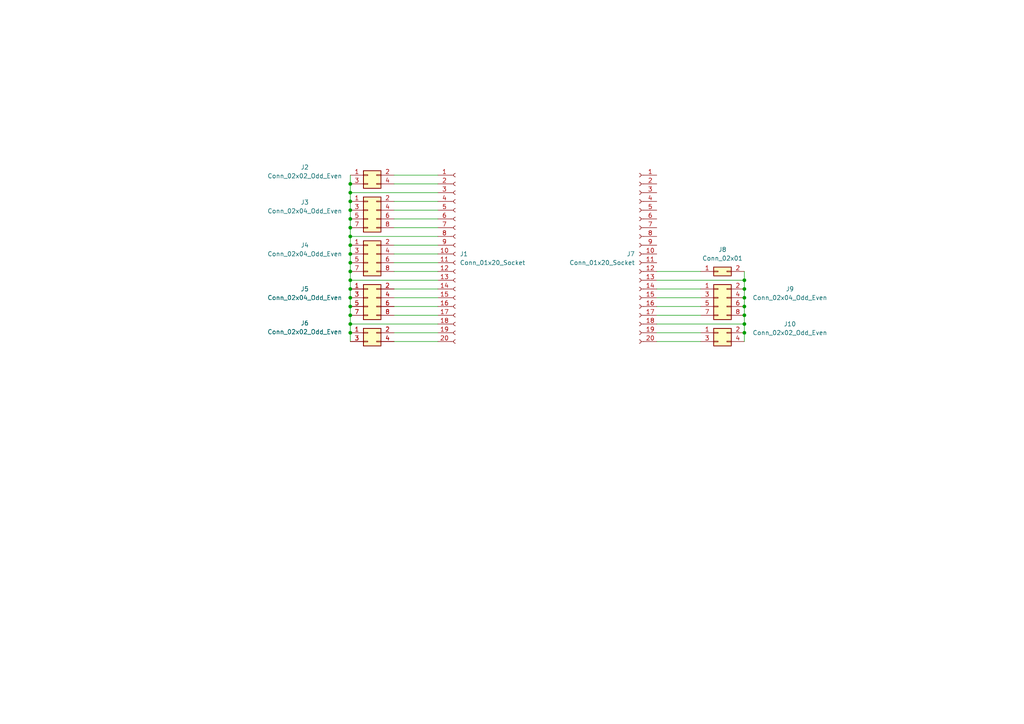
<source format=kicad_sch>
(kicad_sch (version 20231120) (generator "eeschema") (generator_version "8.0")
  (paper "A4")
  (lib_symbols
    (symbol "Connector:Conn_01x20_Socket" (pin_names (offset 1.016) hide)
      (property "Reference" "J" (at 0 25.4 0))
      (property "Value" "Conn_01x20_Socket" (at 0 -27.94 0))
      (symbol "Conn_01x20_Socket_1_1"
        (arc (start 0 -24.892) (mid -0.5058 -25.4) (end 0 -25.908) (stroke (width 0.1524)))
        (arc (start 0 -22.352) (mid -0.5058 -22.86) (end 0 -23.368) (stroke (width 0.1524)))
        (arc (start 0 -19.812) (mid -0.5058 -20.32) (end 0 -20.828) (stroke (width 0.1524)))
        (arc (start 0 -17.272) (mid -0.5058 -17.78) (end 0 -18.288) (stroke (width 0.1524)))
        (arc (start 0 -14.732) (mid -0.5058 -15.24) (end 0 -15.748) (stroke (width 0.1524)))
        (arc (start 0 -12.192) (mid -0.5058 -12.7) (end 0 -13.208) (stroke (width 0.1524)))
        (arc (start 0 -9.652) (mid -0.5058 -10.16) (end 0 -10.668) (stroke (width 0.1524)))
        (arc (start 0 -7.112) (mid -0.5058 -7.62) (end 0 -8.128) (stroke (width 0.1524)))
        (arc (start 0 -4.572) (mid -0.5058 -5.08) (end 0 -5.588) (stroke (width 0.1524)))
        (arc (start 0 -2.032) (mid -0.5058 -2.54) (end 0 -3.048) (stroke (width 0.1524)))
        (polyline (pts (xy -1.27 -25.4) (xy -0.508 -25.4)) (stroke (width 0.1524)))
        (polyline (pts (xy -1.27 -22.86) (xy -0.508 -22.86)) (stroke (width 0.1524)))
        (polyline (pts (xy -1.27 -20.32) (xy -0.508 -20.32)) (stroke (width 0.1524)))
        (polyline (pts (xy -1.27 -17.78) (xy -0.508 -17.78)) (stroke (width 0.1524)))
        (polyline (pts (xy -1.27 -15.24) (xy -0.508 -15.24)) (stroke (width 0.1524)))
        (polyline (pts (xy -1.27 -12.7) (xy -0.508 -12.7)) (stroke (width 0.1524)))
        (polyline (pts (xy -1.27 -10.16) (xy -0.508 -10.16)) (stroke (width 0.1524)))
        (polyline (pts (xy -1.27 -7.62) (xy -0.508 -7.62)) (stroke (width 0.1524)))
        (polyline (pts (xy -1.27 -5.08) (xy -0.508 -5.08)) (stroke (width 0.1524)))
        (polyline (pts (xy -1.27 -2.54) (xy -0.508 -2.54)) (stroke (width 0.1524)))
        (polyline (pts (xy -1.27 0) (xy -0.508 0)) (stroke (width 0.1524)))
        (polyline (pts (xy -1.27 2.54) (xy -0.508 2.54)) (stroke (width 0.1524)))
        (polyline (pts (xy -1.27 5.08) (xy -0.508 5.08)) (stroke (width 0.1524)))
        (polyline (pts (xy -1.27 7.62) (xy -0.508 7.62)) (stroke (width 0.1524)))
        (polyline (pts (xy -1.27 10.16) (xy -0.508 10.16)) (stroke (width 0.1524)))
        (polyline (pts (xy -1.27 12.7) (xy -0.508 12.7)) (stroke (width 0.1524)))
        (polyline (pts (xy -1.27 15.24) (xy -0.508 15.24)) (stroke (width 0.1524)))
        (polyline (pts (xy -1.27 17.78) (xy -0.508 17.78)) (stroke (width 0.1524)))
        (polyline (pts (xy -1.27 20.32) (xy -0.508 20.32)) (stroke (width 0.1524)))
        (polyline (pts (xy -1.27 22.86) (xy -0.508 22.86)) (stroke (width 0.1524)))
        (arc (start 0 0.508) (mid -0.5058 0) (end 0 -0.508) (stroke (width 0.1524)))
        (arc (start 0 3.048) (mid -0.5058 2.54) (end 0 2.032) (stroke (width 0.1524)))
        (arc (start 0 5.588) (mid -0.5058 5.08) (end 0 4.572) (stroke (width 0.1524)))
        (arc (start 0 8.128) (mid -0.5058 7.62) (end 0 7.112) (stroke (width 0.1524)))
        (arc (start 0 10.668) (mid -0.5058 10.16) (end 0 9.652) (stroke (width 0.1524)))
        (arc (start 0 13.208) (mid -0.5058 12.7) (end 0 12.192) (stroke (width 0.1524)))
        (arc (start 0 15.748) (mid -0.5058 15.24) (end 0 14.732) (stroke (width 0.1524)))
        (arc (start 0 18.288) (mid -0.5058 17.78) (end 0 17.272) (stroke (width 0.1524)))
        (arc (start 0 20.828) (mid -0.5058 20.32) (end 0 19.812) (stroke (width 0.1524)))
        (arc (start 0 23.368) (mid -0.5058 22.86) (end 0 22.352) (stroke (width 0.1524)))
        (pin passive line (at -5.08 22.86 0) (length 3.81) (name "Pin_1") (number "1"))
        (pin passive line (at -5.08 0 0) (length 3.81) (name "Pin_10") (number "10"))
        (pin passive line (at -5.08 -2.54 0) (length 3.81) (name "Pin_11") (number "11"))
        (pin passive line (at -5.08 -5.08 0) (length 3.81) (name "Pin_12") (number "12"))
        (pin passive line (at -5.08 -7.62 0) (length 3.81) (name "Pin_13") (number "13"))
        (pin passive line (at -5.08 -10.16 0) (length 3.81) (name "Pin_14") (number "14"))
        (pin passive line (at -5.08 -12.7 0) (length 3.81) (name "Pin_15") (number "15"))
        (pin passive line (at -5.08 -15.24 0) (length 3.81) (name "Pin_16") (number "16"))
        (pin passive line (at -5.08 -17.78 0) (length 3.81) (name "Pin_17") (number "17"))
        (pin passive line (at -5.08 -20.32 0) (length 3.81) (name "Pin_18") (number "18"))
        (pin passive line (at -5.08 -22.86 0) (length 3.81) (name "Pin_19") (number "19"))
        (pin passive line (at -5.08 20.32 0) (length 3.81) (name "Pin_2") (number "2"))
        (pin passive line (at -5.08 -25.4 0) (length 3.81) (name "Pin_20") (number "20"))
        (pin passive line (at -5.08 17.78 0) (length 3.81) (name "Pin_3") (number "3"))
        (pin passive line (at -5.08 15.24 0) (length 3.81) (name "Pin_4") (number "4"))
        (pin passive line (at -5.08 12.7 0) (length 3.81) (name "Pin_5") (number "5"))
        (pin passive line (at -5.08 10.16 0) (length 3.81) (name "Pin_6") (number "6"))
        (pin passive line (at -5.08 7.62 0) (length 3.81) (name "Pin_7") (number "7"))
        (pin passive line (at -5.08 5.08 0) (length 3.81) (name "Pin_8") (number "8"))
        (pin passive line (at -5.08 2.54 0) (length 3.81) (name "Pin_9") (number "9"))
      )
    )
    (symbol "Connector_Generic:Conn_02x01" (pin_names (offset 1.016) hide)
      (property "Reference" "J" (at 1.27 2.54 0))
      (property "Value" "Conn_02x01" (at 1.27 -2.54 0))
      (symbol "Conn_02x01_1_1"
        (rectangle (start -1.27 0.127) (end 0 -0.127) (stroke (width 0.1524)))
        (rectangle (start -1.27 1.27) (end 3.81 -1.27) (stroke (width 0.254)) (fill (type background)))
        (rectangle (start 3.81 0.127) (end 2.54 -0.127) (stroke (width 0.1524)))
        (pin passive line (at -5.08 0 0) (length 3.81) (name "Pin_1") (number "1"))
        (pin passive line (at 7.62 0 180) (length 3.81) (name "Pin_2") (number "2"))
      )
    )
    (symbol "Connector_Generic:Conn_02x02_Odd_Even" (pin_names (offset 1.016) hide)
      (property "Reference" "J" (at 1.27 2.54 0))
      (property "Value" "Conn_02x02_Odd_Even" (at 1.27 -5.08 0))
      (symbol "Conn_02x02_Odd_Even_1_1"
        (rectangle (start -1.27 -2.413) (end 0 -2.667) (stroke (width 0.1524)))
        (rectangle (start -1.27 0.127) (end 0 -0.127) (stroke (width 0.1524)))
        (rectangle (start -1.27 1.27) (end 3.81 -3.81) (stroke (width 0.254)) (fill (type background)))
        (rectangle (start 3.81 -2.413) (end 2.54 -2.667) (stroke (width 0.1524)))
        (rectangle (start 3.81 0.127) (end 2.54 -0.127) (stroke (width 0.1524)))
        (pin passive line (at -5.08 0 0) (length 3.81) (name "Pin_1") (number "1"))
        (pin passive line (at 7.62 0 180) (length 3.81) (name "Pin_2") (number "2"))
        (pin passive line (at -5.08 -2.54 0) (length 3.81) (name "Pin_3") (number "3"))
        (pin passive line (at 7.62 -2.54 180) (length 3.81) (name "Pin_4") (number "4"))
      )
    )
    (symbol "Connector_Generic:Conn_02x04_Odd_Even" (pin_names (offset 1.016) hide)
      (property "Reference" "J" (at 1.27 5.08 0))
      (property "Value" "Conn_02x04_Odd_Even" (at 1.27 -7.62 0))
      (symbol "Conn_02x04_Odd_Even_1_1"
        (rectangle (start -1.27 -4.953) (end 0 -5.207) (stroke (width 0.1524)))
        (rectangle (start -1.27 -2.413) (end 0 -2.667) (stroke (width 0.1524)))
        (rectangle (start -1.27 0.127) (end 0 -0.127) (stroke (width 0.1524)))
        (rectangle (start -1.27 2.667) (end 0 2.413) (stroke (width 0.1524)))
        (rectangle (start -1.27 3.81) (end 3.81 -6.35) (stroke (width 0.254)) (fill (type background)))
        (rectangle (start 3.81 -4.953) (end 2.54 -5.207) (stroke (width 0.1524)))
        (rectangle (start 3.81 -2.413) (end 2.54 -2.667) (stroke (width 0.1524)))
        (rectangle (start 3.81 0.127) (end 2.54 -0.127) (stroke (width 0.1524)))
        (rectangle (start 3.81 2.667) (end 2.54 2.413) (stroke (width 0.1524)))
        (pin passive line (at -5.08 2.54 0) (length 3.81) (name "Pin_1") (number "1"))
        (pin passive line (at 7.62 2.54 180) (length 3.81) (name "Pin_2") (number "2"))
        (pin passive line (at -5.08 0 0) (length 3.81) (name "Pin_3") (number "3"))
        (pin passive line (at 7.62 0 180) (length 3.81) (name "Pin_4") (number "4"))
        (pin passive line (at -5.08 -2.54 0) (length 3.81) (name "Pin_5") (number "5"))
        (pin passive line (at 7.62 -2.54 180) (length 3.81) (name "Pin_6") (number "6"))
        (pin passive line (at -5.08 -5.08 0) (length 3.81) (name "Pin_7") (number "7"))
        (pin passive line (at 7.62 -5.08 180) (length 3.81) (name "Pin_8") (number "8"))
      )
    )
  )
  (junction (at 101.6 91.44))
  (junction (at 215.9 81.28))
  (junction (at 215.9 93.98))
  (junction (at 101.6 58.42))
  (junction (at 101.6 68.58))
  (junction (at 215.9 91.44))
  (junction (at 101.6 60.96))
  (junction (at 101.6 76.2))
  (junction (at 215.9 86.36))
  (junction (at 101.6 93.98))
  (junction (at 101.6 78.74))
  (junction (at 215.9 96.52))
  (junction (at 101.6 63.5))
  (junction (at 101.6 71.12))
  (junction (at 101.6 83.82))
  (junction (at 101.6 66.04))
  (junction (at 101.6 73.66))
  (junction (at 101.6 81.28))
  (junction (at 101.6 55.88))
  (junction (at 215.9 88.9))
  (junction (at 215.9 83.82))
  (junction (at 101.6 86.36))
  (junction (at 101.6 96.52))
  (junction (at 101.6 88.9))
  (junction (at 101.6 53.34))
  (wire (pts (xy 101.6 55.88) (xy 101.6 58.42)))
  (wire (pts (xy 215.9 78.74) (xy 215.9 81.28)))
  (wire (pts (xy 127 68.58) (xy 101.6 68.58)))
  (wire (pts (xy 114.3 86.36) (xy 127 86.36)))
  (wire (pts (xy 101.6 68.58) (xy 101.6 71.12)))
  (wire (pts (xy 114.3 71.12) (xy 127 71.12)))
  (wire (pts (xy 101.6 93.98) (xy 101.6 96.52)))
  (wire (pts (xy 190.5 81.28) (xy 215.9 81.28)))
  (wire (pts (xy 114.3 88.9) (xy 127 88.9)))
  (wire (pts (xy 114.3 66.04) (xy 127 66.04)))
  (wire (pts (xy 127 55.88) (xy 101.6 55.88)))
  (wire (pts (xy 101.6 81.28) (xy 101.6 83.82)))
  (wire (pts (xy 101.6 53.34) (xy 101.6 55.88)))
  (wire (pts (xy 114.3 91.44) (xy 127 91.44)))
  (wire (pts (xy 215.9 86.36) (xy 215.9 88.9)))
  (wire (pts (xy 215.9 91.44) (xy 215.9 93.98)))
  (wire (pts (xy 101.6 88.9) (xy 101.6 91.44)))
  (wire (pts (xy 190.5 83.82) (xy 203.2 83.82)))
  (wire (pts (xy 114.3 50.8) (xy 127 50.8)))
  (wire (pts (xy 190.5 96.52) (xy 203.2 96.52)))
  (wire (pts (xy 114.3 63.5) (xy 127 63.5)))
  (wire (pts (xy 101.6 83.82) (xy 101.6 86.36)))
  (wire (pts (xy 114.3 78.74) (xy 127 78.74)))
  (wire (pts (xy 114.3 53.34) (xy 127 53.34)))
  (wire (pts (xy 101.6 78.74) (xy 101.6 81.28)))
  (wire (pts (xy 215.9 88.9) (xy 215.9 91.44)))
  (wire (pts (xy 114.3 76.2) (xy 127 76.2)))
  (wire (pts (xy 114.3 73.66) (xy 127 73.66)))
  (wire (pts (xy 190.5 88.9) (xy 203.2 88.9)))
  (wire (pts (xy 101.6 60.96) (xy 101.6 63.5)))
  (wire (pts (xy 215.9 93.98) (xy 215.9 96.52)))
  (wire (pts (xy 190.5 93.98) (xy 215.9 93.98)))
  (wire (pts (xy 101.6 76.2) (xy 101.6 78.74)))
  (wire (pts (xy 127 93.98) (xy 101.6 93.98)))
  (wire (pts (xy 101.6 63.5) (xy 101.6 66.04)))
  (wire (pts (xy 101.6 66.04) (xy 101.6 68.58)))
  (wire (pts (xy 101.6 50.8) (xy 101.6 53.34)))
  (wire (pts (xy 190.5 91.44) (xy 203.2 91.44)))
  (wire (pts (xy 215.9 96.52) (xy 215.9 99.06)))
  (wire (pts (xy 190.5 86.36) (xy 203.2 86.36)))
  (wire (pts (xy 101.6 58.42) (xy 101.6 60.96)))
  (wire (pts (xy 190.5 78.74) (xy 203.2 78.74)))
  (wire (pts (xy 101.6 73.66) (xy 101.6 76.2)))
  (wire (pts (xy 127 81.28) (xy 101.6 81.28)))
  (wire (pts (xy 114.3 83.82) (xy 127 83.82)))
  (wire (pts (xy 114.3 60.96) (xy 127 60.96)))
  (wire (pts (xy 101.6 86.36) (xy 101.6 88.9)))
  (wire (pts (xy 114.3 99.06) (xy 127 99.06)))
  (wire (pts (xy 215.9 83.82) (xy 215.9 86.36)))
  (wire (pts (xy 101.6 71.12) (xy 101.6 73.66)))
  (wire (pts (xy 101.6 91.44) (xy 101.6 93.98)))
  (wire (pts (xy 114.3 96.52) (xy 127 96.52)))
  (wire (pts (xy 101.6 96.52) (xy 101.6 99.06)))
  (wire (pts (xy 215.9 81.28) (xy 215.9 83.82)))
  (wire (pts (xy 190.5 99.06) (xy 203.2 99.06)))
  (wire (pts (xy 114.3 58.42) (xy 127 58.42)))
  (symbol (lib_id "Connector:Conn_01x20_Socket") (at 132.08 73.66 0) (unit 1)
    (property "Reference" "J1" (at 133.35 73.6599 0) (effects (justify left)))
    (property "Value" "Conn_01x20_Socket" (at 133.35 76.1999 0) (effects (justify left)))
    (property "Footprint" "Connector_PinSocket_2.54mm:PinSocket_1x20_P2.54mm_Vertical" (effects (hide yes)))
    (property "Description" "Generic connector, single row, 01x20, script generated" (effects (hide yes)))
  )
  (symbol (lib_id "Connector_Generic:Conn_02x04_Odd_Even") (at 106.68 60.96 0) (unit 1)
    (property "Reference" "J3" (at 88.392 58.674 0))
    (property "Value" "Conn_02x04_Odd_Even" (at 88.392 61.214 0))
    (property "Footprint" "Connector_PinHeader_2.54mm:PinHeader_2x04_P2.54mm_Vertical" (effects (hide yes)))
    (property "Description" "Generic connector, double row, 02x04, odd/even pin numbering scheme (row 1 odd numbers, row 2 even numbers), script generated (kicad-library-utils/schlib/autogen/connector/)" (effects (hide yes)))
  )
  (symbol (lib_id "Connector:Conn_01x20_Socket") (at 185.42 73.66 0) (mirror y) (unit 1)
    (property "Reference" "J7" (at 184.15 73.6599 0) (effects (justify left)))
    (property "Value" "Conn_01x20_Socket" (at 184.15 76.1999 0) (effects (justify left)))
    (property "Footprint" "Connector_PinSocket_2.54mm:PinSocket_1x20_P2.54mm_Vertical" (effects (hide yes)))
    (property "Description" "Generic connector, single row, 01x20, script generated" (effects (hide yes)))
  )
  (symbol (lib_id "Connector_Generic:Conn_02x04_Odd_Even") (at 106.68 73.66 0) (unit 1)
    (property "Reference" "J4" (at 88.392 71.12 0))
    (property "Value" "Conn_02x04_Odd_Even" (at 88.392 73.66 0))
    (property "Footprint" "Connector_PinHeader_2.54mm:PinHeader_2x04_P2.54mm_Vertical" (effects (hide yes)))
    (property "Description" "Generic connector, double row, 02x04, odd/even pin numbering scheme (row 1 odd numbers, row 2 even numbers), script generated (kicad-library-utils/schlib/autogen/connector/)" (effects (hide yes)))
  )
  (symbol (lib_id "Connector_Generic:Conn_02x01") (at 208.28 78.74 0) (unit 1)
    (property "Reference" "J8" (at 209.55 72.39 0))
    (property "Value" "Conn_02x01" (at 209.55 74.93 0))
    (property "Footprint" "Connector_PinHeader_2.54mm:PinHeader_2x01_P2.54mm_Vertical" (effects (hide yes)))
    (property "Description" "Generic connector, double row, 02x01, this symbol is compatible with counter-clockwise, top-bottom and odd-even numbering schemes., script generated (kicad-library-utils/schlib/autogen/connector/)" (effects (hide yes)))
  )
  (symbol (lib_id "Connector_Generic:Conn_02x02_Odd_Even") (at 106.68 96.52 0) (unit 1)
    (property "Reference" "J6" (at 88.392 93.726 0))
    (property "Value" "Conn_02x02_Odd_Even" (at 88.392 96.266 0))
    (property "Footprint" "Connector_PinHeader_2.54mm:PinHeader_2x02_P2.54mm_Vertical" (effects (hide yes)))
    (property "Description" "Generic connector, double row, 02x02, odd/even pin numbering scheme (row 1 odd numbers, row 2 even numbers), script generated (kicad-library-utils/schlib/autogen/connector/)" (effects (hide yes)))
  )
  (symbol (lib_id "Connector_Generic:Conn_02x02_Odd_Even") (at 208.28 96.52 0) (unit 1)
    (property "Reference" "J10" (at 229.108 93.98 0))
    (property "Value" "Conn_02x02_Odd_Even" (at 229.108 96.52 0))
    (property "Footprint" "Connector_PinHeader_2.54mm:PinHeader_2x02_P2.54mm_Vertical" (effects (hide yes)))
    (property "Description" "Generic connector, double row, 02x02, odd/even pin numbering scheme (row 1 odd numbers, row 2 even numbers), script generated (kicad-library-utils/schlib/autogen/connector/)" (effects (hide yes)))
  )
  (symbol (lib_id "Connector_Generic:Conn_02x04_Odd_Even") (at 208.28 86.36 0) (unit 1)
    (property "Reference" "J9" (at 229.108 83.82 0))
    (property "Value" "Conn_02x04_Odd_Even" (at 229.108 86.36 0))
    (property "Footprint" "Connector_PinHeader_2.54mm:PinHeader_2x04_P2.54mm_Vertical" (effects (hide yes)))
    (property "Description" "Generic connector, double row, 02x04, odd/even pin numbering scheme (row 1 odd numbers, row 2 even numbers), script generated (kicad-library-utils/schlib/autogen/connector/)" (effects (hide yes)))
  )
  (symbol (lib_id "Connector_Generic:Conn_02x04_Odd_Even") (at 106.68 86.36 0) (unit 1)
    (property "Reference" "J5" (at 88.392 83.82 0))
    (property "Value" "Conn_02x04_Odd_Even" (at 88.392 86.36 0))
    (property "Footprint" "Connector_PinHeader_2.54mm:PinHeader_2x04_P2.54mm_Vertical" (effects (hide yes)))
    (property "Description" "Generic connector, double row, 02x04, odd/even pin numbering scheme (row 1 odd numbers, row 2 even numbers), script generated (kicad-library-utils/schlib/autogen/connector/)" (effects (hide yes)))
  )
  (symbol (lib_id "Connector_Generic:Conn_02x02_Odd_Even") (at 106.68 50.8 0) (unit 1)
    (property "Reference" "J2" (at 88.392 48.514 0))
    (property "Value" "Conn_02x02_Odd_Even" (at 88.392 51.054 0))
    (property "Footprint" "Connector_PinHeader_2.54mm:PinHeader_2x02_P2.54mm_Vertical" (effects (hide yes)))
    (property "Description" "Generic connector, double row, 02x02, odd/even pin numbering scheme (row 1 odd numbers, row 2 even numbers), script generated (kicad-library-utils/schlib/autogen/connector/)" (effects (hide yes)))
  )
)
</source>
